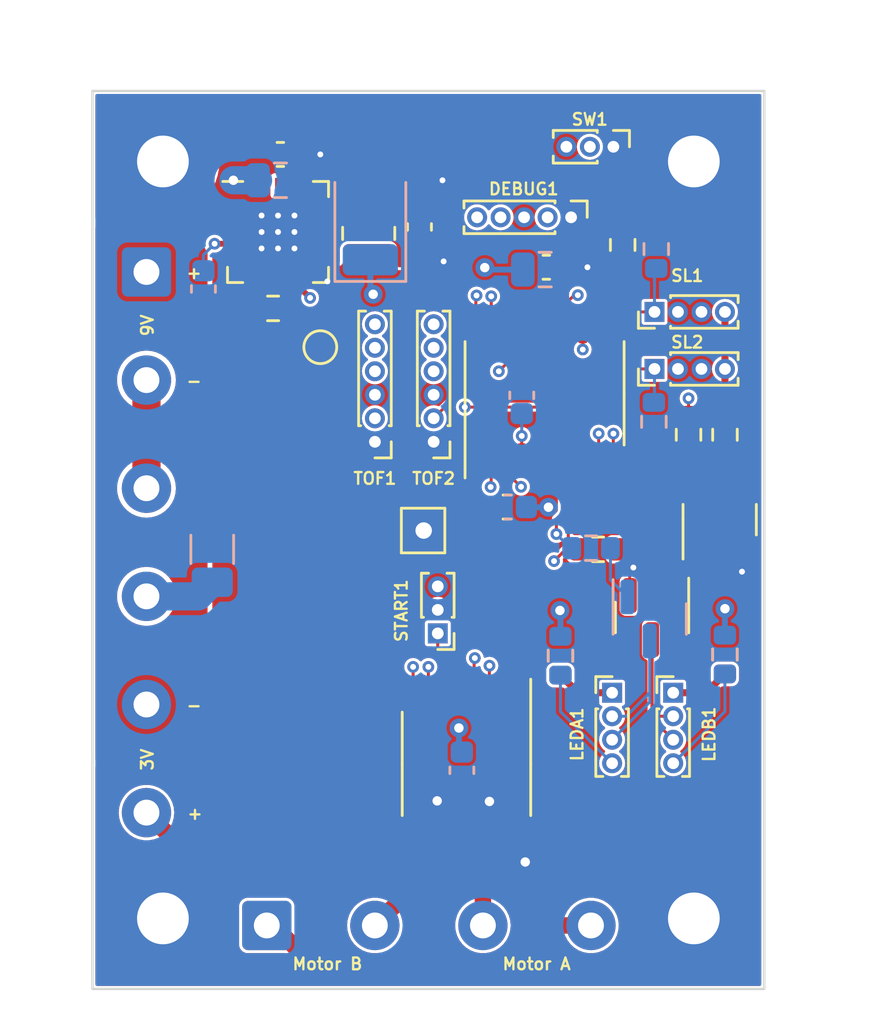
<source format=kicad_pcb>
(kicad_pcb (version 20221018) (generator pcbnew)
  (layers (0 "F.Cu" signal) (1 "In1.Cu" signal) (2 "In2.Cu" signal) (31 "B.Cu" signal) (34 "B.Paste" user) (35 "F.Paste" user) (36 "B.SilkS" user "B.Silkscreen") (37 "F.SilkS" user "F.Silkscreen") (38 "B.Mask" user) (39 "F.Mask" user) (44 "Edge.Cuts" user))
  (net 0 "")
  (net 1 "GND")
  (net 2 "Net-(J1-Pin_1)")
  (net 3 "VDD")
  (net 4 "RST")
  (net 5 "9V")
  (net 6 "Net-(U1-SSCG)")
  (net 7 "Net-(U1-BST)")
  (net 8 "3.3VH")
  (net 9 "SWDIO")
  (net 10 "SWDCLK")
  (net 11 "Net-(U1-RESET)")
  (net 14 "Net-(J1-Pin_2)")
  (net 15 "Net-(J1-Pin_3)")
  (net 16 "Net-(J1-Pin_4)")
  (net 17 "Net-(LEDA1-Pin_1)")
  (net 18 "Net-(LEDA1-Pin_2)")
  (net 19 "Net-(LEDA1-Pin_4)")
  (net 20 "Net-(LEDB1-Pin_1)")
  (net 21 "Net-(LEDB1-Pin_2)")
  (net 22 "Net-(LEDB1-Pin_4)")
  (net 23 "Net-(POW1-Pin_2)")
  (net 24 "RUN")
  (net 25 "PHA_A")
  (net 26 "PHA_B")
  (net 27 "EN_B")
  (net 28 "EN_A")
  (net 31 "Net-(POW1-Pin_4)")
  (net 32 "12V")
  (net 33 "SDA")
  (net 34 "SCL")
  (net 35 "EN_TOF1")
  (net 36 "EN_TOF2")
  (net 37 "SL1")
  (net 38 "SL2")
  (net 39 "Net-(QLEDA1-B)")
  (net 40 "Net-(QLEDB1-B)")
  (net 41 "Net-(QSL1-B)")
  (net 42 "Net-(QSL1-C)")
  (net 43 "Net-(SL1-Pin_4)")
  (net 44 "I_TOF")
  (net 45 "SW")
  (footprint "Connector_PinHeader_1.00mm:PinHeader_1x04_P1.00mm_Vertical" (layer "F.Cu") (at 84.421564 91.9)
    (fp_text reference "LEDA1")
    (fp_text value "Conn_01x04_Pin")
  )
  (footprint "Connector_Pin:Pin_D0.7mm_L6.5mm_W1.8mm_FlatFork" (layer "F.Cu") (at 76.4 85)
    (fp_text reference "GND_T1")
    (fp_text value "Conn_01x01_Pin")
  )
  (footprint "Connector_PinHeader_1.00mm:PinHeader_1x06_P1.00mm_Vertical" (layer "F.Cu") (at 74.325 81.225 180)
    (fp_text reference "TOF1")
    (fp_text value "Conn_01x05_Pin")
  )
  (footprint "Connector_PinHeader_1.00mm:PinHeader_1x04_P1.00mm_Vertical" (layer "F.Cu") (at 86.225 78.125 90)
    (fp_text reference "SL2")
    (fp_text value "Conn_01x04_Pin")
  )
  (footprint "Resistor_SMD:R_0603_1608Metric" (layer "F.Cu") (at 69.99 75.55 180)
    (fp_text reference "R1")
    (fp_text value "10k")
  )
  (footprint "Package_SO:TSSOP-20_4.4x6.5mm_P0.65mm" (layer "F.Cu") (at 81.546564 79.1625 90)
    (fp_text reference "U2")
    (fp_text value "STM32L031F6Px")
  )
  (footprint "MountingHole:MountingHole_2.2mm_M2_Pad" (layer "F.Cu") (at 87.9 101.5)
    (fp_text reference "H1")
    (fp_text value "MountingHole_Pad")
  )
  (footprint "Connector_PinHeader_1.00mm:PinHeader_1x03_P1.00mm_Vertical" (layer "F.Cu") (at 77 89.375 180)
    (fp_text reference "START1")
    (fp_text value "Conn_01x03_Pin")
  )
  (footprint "Connector_PinHeader_1.00mm:PinHeader_1x04_P1.00mm_Vertical" (layer "F.Cu") (at 86.225 75.7 90)
    (fp_text reference "SL1")
    (fp_text value "Conn_01x04_Pin")
  )
  (footprint "Package_TO_SOT_SMD:SOT-23" (layer "F.Cu") (at 89 84.5375 90)
    (fp_text reference "QSL1")
    (fp_text value "BC846")
  )
  (footprint "Resistor_SMD:R_0603_1608Metric" (layer "F.Cu") (at 87.675 80.925 90)
    (fp_text reference "RQSL1")
    (fp_text value "1k")
  )
  (footprint "Resistor_SMD:R_0603_1608Metric" (layer "F.Cu") (at 83.821564 85.8)
    (fp_text reference "RLEDQB1")
    (fp_text value "1k")
  )
  (footprint "Capacitor_SMD:C_0603_1608Metric" (layer "F.Cu") (at 81.621564 73.8 180)
    (fp_text reference "CD_STM_VDD3")
    (fp_text value "100nF")
  )
  (footprint "Connector_PinHeader_1.00mm:PinHeader_1x03_P1.00mm_Vertical" (layer "F.Cu") (at 84.475 68.675 -90)
    (fp_text reference "SW1")
    (fp_text value "Conn_01x03_Pin")
  )
  (footprint "PAMI:VQFN20FV4040" (layer "F.Cu") (at 70.2 72.3)
    (fp_text reference "U1")
    (fp_text value "BD9P135MUF-CE2 ")
  )
  (footprint "TestPoint:TestPoint_Pad_D1.0mm" (layer "F.Cu") (at 72 77.2)
    (fp_text reference "3.3V1")
    (fp_text value "TT")
  )
  (footprint "Capacitor_SMD:C_0603_1608Metric" (layer "F.Cu") (at 70.3 69)
    (fp_text reference "CIN_3REG2")
    (fp_text value "100nF")
  )
  (footprint "Connector_Wire:SolderWire-0.5sqmm_1x04_P4.6mm_D0.9mm_OD2.1mm" (layer "F.Cu") (at 69.721564 101.8)
    (fp_text reference "J1")
    (fp_text value "Conn_01x04_Pin")
  )
  (footprint "Resistor_SMD:R_0603_1608Metric" (layer "F.Cu") (at 82.221564 90.325 90)
    (fp_text reference "RLEDA1")
    (fp_text value "60")
  )
  (footprint "MountingHole:MountingHole_2.2mm_M2_Pad" (layer "F.Cu") (at 65.3 69.3)
    (fp_text reference "H3")
    (fp_text value "MountingHole_Pad")
  )
  (footprint "Resistor_SMD:R_0603_1608Metric" (layer "F.Cu") (at 84.871564 72.85 90)
    (fp_text reference "R3")
    (fp_text value "10k")
  )
  (footprint "Resistor_SMD:R_0603_1608Metric" (layer "F.Cu") (at 89.225 80.925 -90)
    (fp_text reference "RLSL1")
    (fp_text value "40")
  )
  (footprint "Package_TO_SOT_SMD:SOT-23" (layer "F.Cu") (at 86.121564 88.7 -90)
    (fp_text reference "QLEDB1")
    (fp_text value "BC846")
  )
  (footprint "Capacitor_SMD:C_0603_1608Metric" (layer "F.Cu") (at 79.921564 84)
    (fp_text reference "CD_STM_VDDA1")
    (fp_text value "100nF")
  )
  (footprint "MountingHole:MountingHole_2.2mm_M2_Pad" (layer "F.Cu") (at 87.9 69.3)
    (fp_text reference "H2")
    (fp_text value "MountingHole_Pad")
  )
  (footprint "Connector_PinHeader_1.00mm:PinHeader_1x04_P1.00mm_Vertical" (layer "F.Cu") (at 87.021564 91.9)
    (fp_text reference "LEDB1")
    (fp_text value "Conn_01x04_Pin")
  )
  (footprint "Connector_PinHeader_1.00mm:PinHeader_1x06_P1.00mm_Vertical" (layer "F.Cu") (at 76.825 81.225 180)
    (fp_text reference "TOF2")
    (fp_text value "Conn_01x05_Pin")
  )
  (footprint "Inductor_SMD:L_1008_2520Metric" (layer "F.Cu") (at 74.06 72.36 -90)
    (fp_text reference "L1")
    (fp_text value "4.7µH")
  )
  (footprint "Capacitor_SMD:C_0603_1608Metric" (layer "F.Cu") (at 76.22 72.085 90)
    (fp_text reference "CREG_3REG2")
    (fp_text value "1µF")
  )
  (footprint "Package_SO:TSSOP-16_4.4x5mm_P0.65mm" (layer "F.Cu") (at 78.221564 94.925 -90)
    (fp_text reference "U3")
    (fp_text value "TC78H621FNG")
  )
  (footprint "MountingHole:MountingHole_2.2mm_M2_Pad" (layer "F.Cu") (at 65.3 101.5)
    (fp_text reference "H4")
    (fp_text value "MountingHole_Pad")
  )
  (footprint "Connector_PinHeader_1.00mm:PinHeader_1x05_P1.00mm_Vertical" (layer "F.Cu") (at 82.675 71.675 -90)
    (fp_text reference "DEBUG1")
    (fp_text value "Conn_01x05_Pin")
  )
  (footprint "Resistor_SMD:R_0603_1608Metric" (layer "F.Cu") (at 89.221564 90.275 90)
    (fp_text reference "RLEDB1")
    (fp_text value "60")
  )
  (footprint "Connector_Wire:SolderWire-0.5sqmm_1x06_P4.6mm_D0.9mm_OD2.1mm" (layer "F.Cu") (at 64.6 74 -90)
    (fp_text reference "POW1")
    (fp_text value "Conn_01x06_Pin")
  )
  (footprint "Capacitor_SMD:C_0603_1608Metric" (layer "B.Cu") (at 78.025 95.2 -90)
    (fp_text reference "CD_HD1")
    (fp_text value "100nF")
  )
  (footprint "Capacitor_SMD:C_0603_1608Metric" (layer "B.Cu") (at 80.575 79.25 90)
    (fp_text reference "CD_STM_RST1")
    (fp_text value "100nF")
  )
  (footprint "Fuse:Fuse_1206_3216Metric" (layer "B.Cu") (at 67.4 85.8 -90)
    (fp_text reference "F1")
    (fp_text value "Fuse")
  )
  (footprint "Capacitor_Tantalum_SMD:CP_EIA-3528-21_Kemet-B" (layer "B.Cu") (at 74.13 71.9425 90)
    (fp_text reference "CIN_3REG1")
    (fp_text value "22µF")
  )
  (footprint "Resistor_SMD:R_0603_1608Metric" (layer "B.Cu") (at 82.221564 90.325 90)
    (fp_text reference "RLEDA2")
    (fp_text value "60")
  )
  (footprint "Capacitor_SMD:C_0603_1608Metric" (layer "B.Cu") (at 79.996564 84)
    (fp_text reference "CD_STM_VDD2")
    (fp_text value "1µF")
  )
  (footprint "Resistor_SMD:R_0603_1608Metric" (layer "B.Cu") (at 89.221564 90.275 90)
    (fp_text reference "RLEDB2")
    (fp_text value "60")
  )
  (footprint "Resistor_SMD:R_0603_1608Metric" (layer "B.Cu") (at 83.525 85.75)
    (fp_text reference "RLEDQA1")
    (fp_text value "1k")
  )
  (footprint "Resistor_SMD:R_0603_1608Metric" (layer "B.Cu") (at 86.3 73.025 90)
    (fp_text reference "RSLM1")
    (fp_text value "3.2k")
  )
  (footprint "Package_TO_SOT_SMD:SOT-23" (layer "B.Cu") (at 86.021564 88.7625 -90)
    (fp_text reference "QLEDA1")
    (fp_text value "BC846")
  )
  (footprint "Capacitor_SMD:C_0805_2012Metric" (layer "B.Cu") (at 70.3 70.1)
    (fp_text reference "CIN_3REG3")
    (fp_text value "4.7µF")
  )
  (footprint "Capacitor_SMD:C_0603_1608Metric" (layer "B.Cu") (at 67.025 74.725 -90)
    (fp_text reference "CREG_3REG1")
    (fp_text value "1µF")
  )
  (footprint "Resistor_SMD:R_0603_1608Metric" (layer "B.Cu") (at 86.2 80.375 -90)
    (fp_text reference "RSLM2")
    (fp_text value "3.2k")
  )
  (footprint "Capacitor_SMD:C_0805_2012Metric" (layer "B.Cu") (at 81.571564 73.9)
    (fp_text reference "CD_STM1")
    (fp_text value "10µF")
  )
  (gr_rect (start 62.3 66.3) (end 90.9 104.5) (stroke (width 0.1)) (fill none) (layer "Edge.Cuts"))
  (gr_text "3V" (at 64.932 95.26 90) (layer "F.SilkS") (effects (font (size 0.5 0.5) (thickness 0.1) bold) (justify left bottom)))
  (gr_text "+" (at 66.25 74.332) (layer "F.SilkS") (effects (font (size 0.5 0.5) (thickness 0.1) bold) (justify left bottom)))
  (gr_text "Motor B" (at 70.76 103.73) (layer "F.SilkS") (effects (font (size 0.5 0.5) (thickness 0.1)) (justify left bottom)))
  (gr_text "-" (at 66.25 92.732) (layer "F.SilkS") (effects (font (size 0.5 0.5) (thickness 0.1) bold) (justify left bottom)))
  (gr_text "-" (at 66.25 78.932) (layer "F.SilkS") (effects (font (size 0.5 0.5) (thickness 0.1) bold) (justify left bottom)))
  (gr_text "Motor A" (at 79.7 103.73) (layer "F.SilkS") (effects (font (size 0.5 0.5) (thickness 0.1)) (justify left bottom)))
  (gr_text "9V" (at 64.932 76.79 90) (layer "F.SilkS") (effects (font (size 0.5 0.5) (thickness 0.1) bold) (justify left bottom)))
  (gr_text "+" (at 66.29 97.332) (layer "F.SilkS") (effects (font (size 0.5 0.5) (thickness 0.1) bold) (justify left bottom)))
  (segment (start 79.146564 84) (end 77.321564 84) (width 0.25) (layer "F.Cu") (net 1))
  (segment (start 70.9 70.65) (end 71.2 70.35) (width 0.25) (layer "F.Cu") (net 1))
  (segment (start 81.871564 74.325) (end 82.396564 73.8) (width 0.25) (layer "F.Cu") (net 1))
  (segment (start 70.9 71.6) (end 70.9 70.65) (width 0.25) (layer "F.Cu") (net 1))
  (segment (start 77.246564 96.771564) (end 76.975 96.5) (width 0.3) (layer "F.Cu") (net 1))
  (segment (start 80.496564 97.7875) (end 80.496564 98.8734) (width 0.3) (layer "F.Cu") (net 1))
  (segment (start 70.2 74.25) (end 70.2 73) (width 0.25) (layer "F.Cu") (net 1))
  (segment (start 71.55 73.3) (end 70.9 72.65) (width 0.25) (layer "F.Cu") (net 1))
  (segment (start 72.15 73.3) (end 71.55 73.3) (width 0.25) (layer "F.Cu") (net 1))
  (segment (start 89.95 85.475) (end 89.95 86.75) (width 0.3) (layer "F.Cu") (net 1))
  (segment (start 80.496564 98.8734) (end 80.723164 99.1) (width 0.3) (layer "F.Cu") (net 1))
  (segment (start 71.05 72.8) (end 70.9 72.65) (width 0.25) (layer "F.Cu") (net 1))
  (segment (start 77.246564 97.7875) (end 77.246564 96.771564) (width 0.3) (layer "F.Cu") (net 1))
  (segment (start 70.7 70.35) (end 70.7 69.375) (width 0.25) (layer "F.Cu") (net 1))
  (segment (start 79.196564 96.528436) (end 79.2 96.525) (width 0.3) (layer "F.Cu") (net 1))
  (segment (start 71.2 69.125) (end 71.075 69) (width 0.25) (layer "F.Cu") (net 1))
  (segment (start 71.075 69) (end 72 69) (width 0.25) (layer "F.Cu") (net 1))
  (segment (start 70.9 71.95) (end 70.9 70.55) (width 0.25) (layer "F.Cu") (net 1))
  (segment (start 77.5 83.9) (end 76.4 85) (width 0.25) (layer "F.Cu") (net 1))
  (segment (start 72.15 72.8) (end 71.05 72.8) (width 0.25) (layer "F.Cu") (net 1))
  (segment (start 79.146564 84) (end 78.621564 83.475) (width 0.25) (layer "F.Cu") (net 1))
  (segment (start 81.871564 76.3) (end 81.871564 74.325) (width 0.25) (layer "F.Cu") (net 1))
  (segment (start 85.171564 87.7625) (end 85.171564 86.728436) (width 0.1271) (layer "F.Cu") (net 1))
  (segment (start 79.196564 97.7875) (end 79.196564 96.528436) (width 0.3) (layer "F.Cu") (net 1))
  (segment (start 70.9 70.55) (end 70.7 70.35) (width 0.25) (layer "F.Cu") (net 1))
  (segment (start 70.7 69.375) (end 71.075 69) (width 0.25) (layer "F.Cu") (net 1))
  (segment (start 82.396564 73.8) (end 83.371564 73.8) (width 0.25) (layer "F.Cu") (net 1))
  (segment (start 85.171564 86.728436) (end 85.325 86.575) (width 0.1271) (layer "F.Cu") (net 1))
  (segment (start 78.621564 83.475) (end 78.621564 82.025) (width 0.25) (layer "F.Cu") (net 1))
  (segment (start 71.2 70.35) (end 71.2 69.125) (width 0.25) (layer "F.Cu") (net 1))
  (via (at 72.3 74.4) (size 0.5) (drill 0.25) (layers "F.Cu" "B.Cu") (net 1))
  (via (at 80.723164 99.1) (size 0.8) (drill 0.4) (layers "F.Cu" "B.Cu") (net 1))
  (via (at 79.2 96.525) (size 0.8) (drill 0.4) (layers "F.Cu" "B.Cu") (net 1))
  (via (at 85.325 86.575) (size 0.5) (drill 0.25) (layers "F.Cu" "B.Cu") (net 1))
  (via (at 77.2 70.1) (size 0.5) (drill 0.25) (layers "F.Cu" "B.Cu") (net 1))
  (via (at 83.371564 73.8) (size 0.5) (drill 0.25) (layers "F.Cu" "B.Cu") (net 1))
  (via (at 72 69) (size 0.5) (drill 0.25) (layers "F.Cu" "B.Cu") (net 1))
  (via (at 89.95 86.75) (size 0.5) (drill 0.25) (layers "F.Cu" "B.Cu") (net 1))
  (via (at 77.25 73.55) (size 0.5) (drill 0.25) (layers "F.Cu" "B.Cu") (net 1))
  (via (at 76.975 96.5) (size 0.8) (drill 0.4) (layers "F.Cu" "B.Cu") (net 1))
  (segment (start 80.575 78.475) (end 82.521564 76.528436) (width 0.1271) (layer "B.Cu") (net 1))
  (segment (start 76.975 96.5) (end 77.35 96.5) (width 0.3) (layer "B.Cu") (net 1))
  (segment (start 69.2 75.5) (end 70.2 76.5) (width 0.1271) (layer "B.Cu") (net 1))
  (segment (start 77 88.375) (end 75.7 87.075) (width 0.1271) (layer "B.Cu") (net 1))
  (segment (start 83.475 78.475) (end 80.575 78.475) (width 0.1271) (layer "B.Cu") (net 1))
  (segment (start 72 69) (end 72 69.35) (width 0.25) (layer "B.Cu") (net 1))
  (segment (start 67.4 75.875) (end 67.025 75.5) (width 0.1271) (layer "B.Cu") (net 1))
  (segment (start 78.425 96.525) (end 77.875 95.975) (width 0.3) (layer "B.Cu") (net 1))
  (segment (start 75.7 85.7) (end 76.4 85) (width 0.1271) (layer "B.Cu") (net 1))
  (segment (start 82.521564 73.9) (end 82.675 73.746564) (width 0.1271) (layer "B.Cu") (net 1))
  (segment (start 89.95 86.75) (end 89.95 84.95) (width 0.3) (layer "B.Cu") (net 1))
  (segment (start 68.625 97.975) (end 68.625 85.625) (width 0.3) (layer "B.Cu") (net 1))
  (segment (start 89.95 86.75) (end 88.046564 86.75) (width 0.3) (layer "B.Cu") (net 1))
  (segment (start 84.971564 72.2) (end 83.371564 73.8) (width 0.1271) (layer "B.Cu") (net 1))
  (segment (start 67.5 71.6) (end 65.1 69.2) (width 0.1271) (layer "B.Cu") (net 1))
  (segment (start 75.7 87.075) (end 75.7 85.7) (width 0.1271) (layer "B.Cu") (net 1))
  (segment (start 83.371564 73.8) (end 82.621564 73.8) (width 0.25) (layer "B.Cu") (net 1))
  (segment (start 86.3 72.2) (end 86.3 71.021564) (width 0.1271) (layer "B.Cu") (net 1))
  (segment (start 72 69.35) (end 71.25 70.1) (width 0.25) (layer "B.Cu") (net 1))
  (segment (start 79.2 96.525) (end 78.425 96.525) (width 0.3) (layer "B.Cu") (net 1))
  (segment (start 76.825 81.225) (end 74.325 81.225) (width 0.1271) (layer "B.Cu") (net 1))
  (segment (start 76.825 81.603436) (end 76.825 81.225) (width 0.1271) (layer "B.Cu") (net 1))
  (segment (start 80.723164 99.1) (end 85.521564 99.1) (width 0.3) (layer "B.Cu") (net 1))
  (segment (start 70.2 76.325) (end 70.2 73) (width 0.25) (layer "B.Cu") (net 1))
  (segment (start 84.475 68.675) (end 87.396564 68.675) (width 0.1271) (layer "B.Cu") (net 1))
  (segment (start 82.675 73.746564) (end 82.675 71.675) (width 0.1271) (layer "B.Cu") (net 1))
  (segment (start 70.2 76.5) (end 70.2 76.325) (width 0.25) (layer "B.Cu") (net 1))
  (segment (start 68.625 85.625) (end 67.4 84.4) (width 0.3) (layer "B.Cu") (net 1))
  (segment (start 85.325 86.575) (end 86.575 87.825) (width 0.1271) (layer "B.Cu") (net 1))
  (segment (start 87.396564 68.675) (end 88.021564 69.3) (width 0.1271) (layer "B.Cu") (net 1))
  (segment (start 67.4 85.35) (end 67.4 84.4) (width 0.3) (layer "B.Cu") (net 1))
  (segment (start 82.621564 73.8) (end 82.521564 73.9) (width 0.25) (layer "B.Cu") (net 1))
  (segment (start 67.025 75.5) (end 69.2 75.5) (width 0.1271) (layer "B.Cu") (net 1))
  (segment (start 88.046564 86.75) (end 86.971564 87.825) (width 0.3) (layer "B.Cu") (net 1))
  (segment (start 80.723164 99.1) (end 80.723164 98.673164) (width 0.3) (layer "B.Cu") (net 1))
  (segment (start 76.4 85) (end 76.4 82.65) (width 0.1271) (layer "B.Cu") (net 1))
  (segment (start 86.3 72.2) (end 84.971564 72.2) (width 0.1271) (layer "B.Cu") (net 1))
  (segment (start 71.375 88.375) (end 67.4 84.4) (width 0.1271) (layer "B.Cu") (net 1))
  (segment (start 80.723164 98.673164) (end 78.025 95.975) (width 0.3) (layer "B.Cu") (net 1))
  (segment (start 74.13 70.405) (end 73.825 70.1) (width 0.1271) (layer "B.Cu") (net 1))
  (segment (start 86.2 81.2) (end 83.475 78.475) (width 0.1271) (layer "B.Cu") (net 1))
  (segment (start 69.5 71.6) (end 67.5 71.6) (width 0.1271) (layer "B.Cu") (net 1))
  (segment (start 79.221564 84) (end 76.825 81.603436) (width 0.1271) (layer "B.Cu") (net 1))
  (segment (start 82.521564 76.528436) (end 82.521564 73.9) (width 0.1271) (layer "B.Cu") (net 1))
  (segment (start 79.228436 96.496564) (end 79.2 96.525) (width 0.3) (layer "B.Cu") (net 1))
  (segment (start 86.3 71.021564) (end 88.021564 69.3) (width 0.1271) (layer "B.Cu") (net 1))
  (segment (start 73.825 70.1) (end 71.25 70.1) (width 0.1271) (layer "B.Cu") (net 1))
  (segment (start 77.35 96.5) (end 77.875 95.975) (width 0.3) (layer "B.Cu") (net 1))
  (segment (start 67.4 84.4) (end 67.4 75.875) (width 0.1271) (layer "B.Cu") (net 1))
  (segment (start 78.025 95.975) (end 67.4 85.35) (width 0.3) (layer "B.Cu") (net 1))
  (segment (start 65.1 101.5) (end 68.625 97.975) (width 0.3) (layer "B.Cu") (net 1))
  (segment (start 89.95 84.95) (end 86.2 81.2) (width 0.3) (layer "B.Cu") (net 1))
  (segment (start 77 88.375) (end 71.375 88.375) (width 0.1271) (layer "B.Cu") (net 1))
  (segment (start 85.521564 99.1) (end 88.021564 101.6) (width 0.3) (layer "B.Cu") (net 1))
  (segment (start 76.4 82.65) (end 80.575 78.475) (width 0.1271) (layer "B.Cu") (net 1))
  (segment (start 86.575 87.825) (end 86.971564 87.825) (width 0.1271) (layer "B.Cu") (net 1))
  (segment (start 77.77 100.589646) (end 74.759646 103.6) (width 0.7) (layer "F.Cu") (net 2))
  (segment (start 74.759646 103.6) (end 71.8 103.6) (width 0.7) (layer "F.Cu") (net 2))
  (segment (start 77.77 98.87) (end 77.77 100.589646) (width 0.7) (layer "F.Cu") (net 2))
  (segment (start 71.8 103.6) (end 69.9 101.7) (width 0.7) (layer "F.Cu") (net 2))
  (segment (start 77.896564 97.7875) (end 77.896564 98.743436) (width 0.3) (layer "F.Cu") (net 2))
  (segment (start 77.896564 98.743436) (end 77.77 98.87) (width 0.3) (layer "F.Cu") (net 2))
  (segment (start 74.6771 74.0521) (end 74.06 73.435) (width 0.25) (layer "F.Cu") (net 3))
  (segment (start 74.325 79.225) (end 76.825 79.225) (width 0.25) (layer "F.Cu") (net 3))
  (segment (start 82.2 89.478436) (end 82.221564 89.5) (width 0.25) (layer "F.Cu") (net 3))
  (segment (start 79.000125 73.815275) (end 80.831289 73.815275) (width 0.25) (layer "F.Cu") (net 3))
  (segment (start 81.701564 84) (end 81.711564 84.01) (width 0.25) (layer "F.Cu") (net 3))
  (segment (start 81.623664 73.0229) (end 80.846564 73.8) (width 0.25) (layer "F.Cu") (net 3))
  (segment (start 80.071564 84.625) (end 80.696564 84) (width 0.25) (layer "F.Cu") (net 3))
  (segment (start 72 77.2) (end 74.025 79.225) (width 0.25) (layer "F.Cu") (net 3))
  (segment (start 77.896564 93.396564) (end 77.9 93.4) (width 0.25) (layer "F.Cu") (net 3))
  (segment (start 81.221564 76.3) (end 81.221564 74.175) (width 0.25) (layer "F.Cu") (net 3))
  (segment (start 82.475 68.675) (end 80.1521 70.9979) (width 0.25) (layer "F.Cu") (net 3))
  (segment (start 75.4479 85.8229) (end 75.4479 82.6021) (width 0.25) (layer "F.Cu") (net 3))
  (segment (start 72.6 75.9) (end 74.06 74.44) (width 0.25) (layer "F.Cu") (net 3))
  (segment (start 77.7521 73.8729) (end 77.5729 74.0521) (width 0.25) (layer "F.Cu") (net 3))
  (segment (start 69.2 75.775) (end 69.175 75.8) (width 0.25) (layer "F.Cu") (net 3))
  (segment (start 76.1479 81.0479) (end 76.1479 81.9021) (width 0.25) (layer "F.Cu") (net 3))
  (segment (start 82.2 88.4) (end 82.2 89.478436) (width 0.25) (layer "F.Cu") (net 3))
  (segment (start 89.225 88.325) (end 88.275 88.325) (width 0.25) (layer "F.Cu") (net 3))
  (segment (start 80.846564 73.8) (end 80.846564 71.846564) (width 0.25) (layer "F.Cu") (net 3))
  (segment (start 77.5729 74.0521) (end 74.6771 74.0521) (width 0.25) (layer "F.Cu") (net 3))
  (segment (start 83.873664 73.0229) (end 81.623664 73.0229) (width 0.25) (layer "F.Cu") (net 3))
  (segment (start 80.071564 87.089366) (end 80.071564 86.825) (width 0.25) (layer "F.Cu") (net 3))
  (segment (start 69.7 75.275) (end 69.175 75.8) (width 0.25) (layer "F.Cu") (net 3))
  (segment (start 80.646564 74) (end 80.846564 73.8) (width 0.25) (layer "F.Cu") (net 3))
  (segment (start 78.887823 74.0521) (end 74.6771 74.0521) (width 0.25) (layer "F.Cu") (net 3))
  (segment (start 79.139923 73.8) (end 78.887823 74.0521) (width 0.25) (layer "F.Cu") (net 3))
  (segment (start 74.025 79.225) (end 74.325 79.225) (width 0.25) (layer "F.Cu") (net 3))
  (segment (start 80.846564 73.8) (end 79.139923 73.8) (width 0.25) (layer "F.Cu") (net 3))
  (segment (start 77.896564 92.0625) (end 77.896564 93.396564) (width 0.25) (layer "F.Cu") (net 3))
  (segment (start 72 77.2) (end 72 76.5) (width 0.25) (layer "F.Cu") (net 3))
  (segment (start 87.240219 89.45) (end 87.195109 89.404891) (width 0.25) (layer "F.Cu") (net 3))
  (segment (start 72.6 75.9) (end 72.100001 76.399999) (width 0.25) (layer "F.Cu") (net 3))
  (segment (start 87.195109 89.404891) (end 86.438119 88.6479) (width 0.25) (layer "F.Cu") (net 3))
  (segment (start 77.896564 88.271564) (end 77 87.375) (width 0.25) (layer "F.Cu") (net 3))
  (segment (start 75.4479 82.6021) (end 76.1479 81.9021) (width 0.25) (layer "F.Cu") (net 3))
  (segment (start 74.25 73.625) (end 74.06 73.435) (width 0.25) (layer "F.Cu") (net 3))
  (segment (start 68.25 74.875) (end 69.175 75.8) (width 0.25) (layer "F.Cu") (net 3))
  (segment (start 88.225 78.125) (end 87.225 78.125) (width 0.25) (layer "F.Cu") (net 3))
  (segment (start 81.646564 88.4) (end 80.071564 86.825) (width 0.25) (layer "F.Cu") (net 3))
  (segment (start 84.871564 72.025) (end 83.873664 73.0229) (width 0.25) (layer "F.Cu") (net 3))
  (segment (start 80.831289 73.815275) (end 80.846564 73.8) (width 0.25) (layer "F.Cu") (net 3))
  (segment (start 85.805009 88.6479) (end 84.952909 89.5) (width 0.25) (layer "F.Cu") (net 3))
  (segment (start 72.100001 76.399999) (end 70.014999 76.399999) (width 0.25) (layer "F.Cu") (net 3))
  (segment (start 80.696564 84) (end 81.221564 83.475) (width 0.25) (layer "F.Cu") (net 3))
  (segment (start 79.655465 87.505465) (end 80.071564 87.089366) (width 0.25) (layer "F.Cu") (net 3))
  (segment (start 87.225 78.125) (end 87.225 75.7) (width 0.25) (layer "F.Cu") (net 3))
  (segment (start 76.825 79.225) (end 75.0021 77.4021) (width 0.25) (layer "F.Cu") (net 3))
  (segment (start 81.221564 74.175) (end 80.846564 73.8) (width 0.25) (layer "F.Cu") (net 3))
  (segment (start 69.2 74.25) (end 69.2 75.775) (width 0.25) (layer "F.Cu") (net 3))
  (segment (start 80.696564 84) (end 81.701564 84) (width 0.25) (layer "F.Cu") (net 3))
  (segment (start 70.014999 76.399999) (end 69.165 75.55) (width 0.25) (layer "F.Cu") (net 3))
  (segment (start 79.525 87.375) (end 79.655465 87.505465) (width 0.25) (layer "F.Cu") (net 3))
  (segment (start 82.2 88.4) (end 81.646564 88.4) (width 0.25) (layer "F.Cu") (net 3))
  (segment (start 80.846564 71.846564) (end 80.675 71.675) (width 0.25) (layer "F.Cu") (net 3))
  (segment (start 88.275 88.325) (end 87.195109 89.404891) (width 0.25) (layer "F.Cu") (net 3))
  (segment (start 74.25 74.95) (end 74.25 73.625) (width 0.25) (layer "F.Cu") (net 3))
  (segment (start 77 87.375) (end 79.525 87.375) (width 0.25) (layer "F.Cu") (net 3))
  (segment (start 78.394535 70.9979) (end 77.7521 71.640335) (width 0.25) (layer "F.Cu") (net 3))
  (segment (start 89.221564 89.45) (end 87.240219 89.45) (width 0.25) (layer "F.Cu") (net 3))
  (segment (start 77.7521 71.640335) (end 77.7521 73.8729) (width 0.25) (layer "F.Cu") (net 3))
  (segment (start 74.325 79.225) (end 76.1479 81.0479) (width 0.25) (layer "F.Cu") (net 3))
  (segment (start 75.0021 77.4021) (end 75.0021 74.3771) (width 0.25) (layer "F.Cu") (net 3))
  (segment (start 79.731564 73.8) (end 79.721564 73.79) (width 0.1271) (layer "F.Cu") (net 3))
  (segment (start 87.225 75.7) (end 87.225 74.378436) (width 0.25) (layer "F.Cu") (net 3))
  (segment (start 74.06 74.44) (end 74.06 73.435) (width 0.25) (layer "F.Cu") (net 3))
  (segment (start 69.7 74.25) (end 69.7 75.275) (width 0.25) (layer "F.Cu") (net 3))
  (segment (start 80.1521 70.9979) (end 79.9979 70.9979) (width 0.25) (layer "F.Cu") (net 3))
  (segment (start 80.071564 86.825) (end 80.071564 84.625) (width 0.25) (layer "F.Cu") (net 3))
  (segment (start 75.0021 74.3771) (end 74.06 73.435) (width 0.25) (layer "F.Cu") (net 3))
  (segment (start 77.896564 92.0625) (end 77.896564 88.271564) (width 0.25) (layer "F.Cu") (net 3))
  (segment (start 77 87.375) (end 75.4479 85.8229) (width 0.25) (layer "F.Cu") (net 3))
  (segment (start 88.225 78.125) (end 88.225 75.7) (width 0.25) (layer "F.Cu") (net 3))
  (segment (start 72 76.5) (end 72.100001 76.399999) (width 0.25) (layer "F.Cu") (net 3))
  (segment (start 79.9979 70.9979) (end 78.394535 70.9979) (width 0.25) (layer "F.Cu") (net 3))
  (segment (start 81.221564 83.475) (end 81.221564 82.025) (width 0.25) (layer "F.Cu") (net 3))
  (segment (start 86.438119 88.6479) (end 85.805009 88.6479) (width 0.25) (layer "F.Cu") (net 3))
  (segment (start 87.225 74.378436) (end 84.871564 72.025) (width 0.25) (layer "F.Cu") (net 3))
  (segment (start 68.25 73.3) (end 68.25 74.875) (width 0.25) (layer "F.Cu") (net 3))
  (segment (start 84.952909 89.5) (end 82.221564 89.5) (width 0.25) (layer "F.Cu") (net 3))
  (segment (start 80.675 71.675) (end 79.9979 70.9979) (width 0.25) (layer "F.Cu") (net 3))
  (via (at 77.9 93.4) (size 0.8) (drill 0.4) (layers "F.Cu" "B.Cu") (net 3))
  (via (at 82.2 88.4) (size 0.8) (drill 0.4) (layers "F.Cu" "B.Cu") (net 3))
  (via (at 81.711564 84.01) (size 0.8) (drill 0.4) (layers "F.Cu" "B.Cu") (net 3))
  (via (at 79.000125 73.815275) (size 0.8) (drill 0.4) (layers "F.Cu" "B.Cu") (net 3))
  (via (at 74.25 74.95) (size 0.8) (drill 0.4) (layers "F.Cu" "B.Cu") (net 3))
  (via (at 89.225 88.325) (size 0.8) (drill 0.4) (layers "F.Cu" "B.Cu") (net 3))
  (segment (start 79.08485 73.9) (end 79.000125 73.815275) (width 0.25) (layer "B.Cu") (net 3))
  (segment (start 74.13 74.83) (end 74.25 74.95) (width 0.25) (layer "B.Cu") (net 3))
  (segment (start 89.221564 89.45) (end 89.221564 88.328436) (width 0.25) (layer "B.Cu") (net 3))
  (segment (start 74.13 73.48) (end 74.52 73.48) (width 0.25) (layer "B.Cu") (net 3))
  (segment (start 82.221564 89.5) (end 82.221564 88.421564) (width 0.25) (layer "B.Cu") (net 3))
  (segment (start 77.9 94.4) (end 77.875 94.425) (width 0.25) (layer "B.Cu") (net 3))
  (segment (start 81.711564 84.01) (end 80.781564 84.01) (width 0.25) (layer "B.Cu") (net 3))
  (segment (start 80.621564 73.9) (end 79.08485 73.9) (width 0.25) (layer "B.Cu") (net 3))
  (segment (start 80.781564 84.01) (end 80.771564 84) (width 0.25) (layer "B.Cu") (net 3))
  (segment (start 82.221564 88.421564) (end 82.2 88.4) (width 0.25) (layer "B.Cu") (net 3))
  (segment (start 77.9 93.4) (end 77.9 94.4) (width 0.25) (layer "B.Cu") (net 3))
  (segment (start 89.221564 88.328436) (end 89.225 88.325) (width 0.25) (layer "B.Cu") (net 3))
  (segment (start 74.13 73.48) (end 74.13 74.83) (width 0.25) (layer "B.Cu") (net 3))
  (segment (start 80.575 82.021564) (end 80.571564 82.025) (width 0.1271) (layer "F.Cu") (net 4))
  (segment (start 80.575 80.975) (end 80.575 82.021564) (width 0.1271) (layer "F.Cu") (net 4))
  (segment (start 80.571564 82.025) (end 80.571564 81.439555) (width 0.25) (layer "F.Cu") (net 4))
  (via (at 80.575 80.975) (size 0.5) (drill 0.25) (layers "F.Cu" "B.Cu") (net 4))
  (segment (start 80.575 80.025) (end 80.575 80.975) (width 0.1271) (layer "B.Cu") (net 4))
  (segment (start 66.45 90.55) (end 66.45 75.85) (width 1.2) (layer "F.Cu") (net 5))
  (segment (start 65.25 72.2) (end 66.4 72.2) (width 1.2) (layer "F.Cu") (net 5))
  (segment (start 66.45 75.85) (end 64.6 74) (width 1.2) (layer "F.Cu") (net 5))
  (segment (start 64.6 72.85) (end 65.25 72.2) (width 1.2) (layer "F.Cu") (net 5))
  (segment (start 69.2 70.35) (end 69.2 69.325) (width 0.25) (layer "F.Cu") (net 5))
  (segment (start 67.8 71.8) (end 67.3 71.3) (width 0.25) (layer "F.Cu") (net 5))
  (segment (start 68.25 71.3) (end 67.3 71.3) (width 0.25) (layer "F.Cu") (net 5))
  (segment (start 68.25 71.8) (end 67.8 71.8) (width 0.25) (layer "F.Cu") (net 5))
  (segment (start 64.6 74) (end 64.6 72.85) (width 1.2) (layer "F.Cu") (net 5))
  (segment (start 64.6 92.4) (end 66.45 90.55) (width 1.2) (layer "F.Cu") (net 5))
  (segment (start 69.7 70.35) (end 69.7 69.175) (width 0.25) (layer "F.Cu") (net 5))
  (segment (start 69.525 69) (end 67.3 71.225) (width 0.25) (layer "F.Cu") (net 5))
  (segment (start 67.3 71.225) (end 67.3 71.3) (width 0.25) (layer "F.Cu") (net 5))
  (segment (start 69.7 69.175) (end 69.525 69) (width 0.25) (layer "F.Cu") (net 5))
  (segment (start 66.4 72.2) (end 67.3 71.3) (width 1.2) (layer "F.Cu") (net 5))
  (segment (start 69.2 69.325) (end 69.525 69) (width 0.25) (layer "F.Cu") (net 5))
  (via (at 68.3 70.1) (size 0.8) (drill 0.4) (layers "F.Cu" "B.Cu") (net 5))
  (segment (start 68.3 70.1) (end 69.35 70.1) (width 1.2) (layer "B.Cu") (net 5))
  (segment (start 71.565812 75.104489) (end 71.2 74.738677) (width 0.25) (layer "F.Cu") (net 6))
  (segment (start 68.25 72.8) (end 67.5 72.8) (width 0.25) (layer "F.Cu") (net 6))
  (segment (start 71.2 74.738677) (end 71.2 74.25) (width 0.25) (layer "F.Cu") (net 6))
  (via (at 71.565812 75.104489) (size 0.5) (drill 0.25) (layers "F.Cu" "B.Cu") (net 6))
  (via (at 67.5 72.8) (size 0.5) (drill 0.25) (layers "F.Cu" "B.Cu") (net 6))
  (segment (start 67.025 73.275) (end 67.5 72.8) (width 0.1271) (layer "B.Cu") (net 6))
  (segment (start 67.025 73.95) (end 67.025 73.275) (width 0.1271) (layer "B.Cu") (net 6))
  (segment (start 72.25 72.2) (end 72.15 72.3) (width 0.25) (layer "F.Cu") (net 7))
  (segment (start 75.625 72.2) (end 72.25 72.2) (width 0.25) (layer "F.Cu") (net 7))
  (segment (start 76.29 72.865) (end 75.625 72.2) (width 0.25) (layer "F.Cu") (net 7))
  (segment (start 72.15 71.3) (end 74.045 71.3) (width 0.25) (layer "F.Cu") (net 8))
  (segment (start 72.15 71.8) (end 73.545 71.8) (width 0.25) (layer "F.Cu") (net 8))
  (segment (start 73.545 71.8) (end 74.06 71.285) (width 0.25) (layer "F.Cu") (net 8))
  (segment (start 76.22 71.31) (end 74.085 71.31) (width 0.25) (layer "F.Cu") (net 8))
  (segment (start 74.045 71.3) (end 74.06 71.285) (width 0.25) (layer "F.Cu") (net 8))
  (segment (start 74.085 71.31) (end 74.06 71.285) (width 0.25) (layer "F.Cu") (net 8))
  (segment (start 79.271564 75.528436) (end 79.271564 76.3) (width 0.1271) (layer "F.Cu") (net 9))
  (segment (start 79.275638 76.295926) (end 79.271564 76.3) (width 0.1271) (layer "F.Cu") (net 9))
  (segment (start 79.275638 75.034757) (end 79.275638 76.295926) (width 0.1271) (layer "F.Cu") (net 9))
  (via (at 79.275638 75.034757) (size 0.5) (drill 0.25) (layers "F.Cu" "B.Cu") (net 9))
  (segment (start 78.621564 75.028436) (end 78.65 75) (width 0.1271) (layer "F.Cu") (net 10))
  (segment (start 78.621564 76.3) (end 78.621564 75.028436) (width 0.1271) (layer "F.Cu") (net 10))
  (via (at 78.65 75) (size 0.5) (drill 0.25) (layers "F.Cu" "B.Cu") (net 10))
  (segment (start 70.825 75.8) (end 70.7 75.675) (width 0.25) (layer "F.Cu") (net 11))
  (segment (start 70.7 75.675) (end 70.7 74.25) (width 0.25) (layer "F.Cu") (net 11))
  (segment (start 74.321564 101.8) (end 76.523664 99.5979) (width 0.7) (layer "F.Cu") (net 14))
  (segment (start 76.596564 97.7875) (end 76.596564 98.8292) (width 0.4) (layer "F.Cu") (net 14))
  (segment (start 76.596564 98.8292) (end 76.523664 98.9021) (width 0.4) (layer "F.Cu") (net 14))
  (segment (start 76.523664 99.5979) (end 76.523664 98.9021) (width 0.7) (layer "F.Cu") (net 14))
  (segment (start 78.546564 97.7875) (end 78.523664 97.8104) (width 0.3) (layer "F.Cu") (net 15))
  (segment (start 78.546564 97.7875) (end 78.546564 99.196564) (width 0.3) (layer "F.Cu") (net 15))
  (segment (start 78.62 99.27) (end 78.921564 99.571564) (width 0.7) (layer "F.Cu") (net 15))
  (segment (start 78.921564 99.571564) (end 78.921564 101.8) (width 0.7) (layer "F.Cu") (net 15))
  (segment (start 79.846564 99.825) (end 79.846564 98.691143) (width 0.7) (layer "F.Cu") (net 16))
  (segment (start 81.821564 101.8) (end 79.846564 99.825) (width 0.7) (layer "F.Cu") (net 16))
  (segment (start 83.521564 101.8) (end 81.821564 101.8) (width 0.7) (layer "F.Cu") (net 16))
  (segment (start 84.421564 91.9) (end 82.971564 91.9) (width 0.3) (layer "F.Cu") (net 17))
  (segment (start 82.971564 91.9) (end 82.221564 91.15) (width 0.3) (layer "F.Cu") (net 17))
  (segment (start 85.022604 92.9) (end 86.021564 91.90104) (width 0.1271) (layer "B.Cu") (net 18))
  (segment (start 84.421564 92.9) (end 85.022604 92.9) (width 0.1271) (layer "B.Cu") (net 18))
  (segment (start 84.421564 93.9) (end 86.021564 92.3) (width 0.1271) (layer "B.Cu") (net 18))
  (segment (start 86.021564 92.3) (end 86.021564 89.7) (width 0.1271) (layer "B.Cu") (net 18))
  (segment (start 86.021564 91.90104) (end 86.021564 89.7) (width 0.1271) (layer "B.Cu") (net 18))
  (segment (start 84.421564 94.9) (end 82.221564 92.7) (width 0.1271) (layer "B.Cu") (net 19))
  (segment (start 82.221564 92.7) (end 82.221564 91.15) (width 0.1271) (layer "B.Cu") (net 19))
  (segment (start 87.021564 91.9) (end 88.421564 91.9) (width 0.3) (layer "F.Cu") (net 20))
  (segment (start 88.421564 91.9) (end 89.221564 91.1) (width 0.3) (layer "F.Cu") (net 20))
  (segment (start 87.021564 92.9) (end 86.420524 92.9) (width 0.1271) (layer "F.Cu") (net 21))
  (segment (start 86.420524 92.9) (end 86.121564 92.60104) (width 0.1271) (layer "F.Cu") (net 21))
  (segment (start 87.021564 93.9) (end 86.121564 93) (width 0.1271) (layer "F.Cu") (net 21))
  (segment (start 86.121564 93) (end 86.121564 89.6375) (width 0.1271) (layer "F.Cu") (net 21))
  (segment (start 86.121564 92.60104) (end 86.121564 89.6375) (width 0.1271) (layer "F.Cu") (net 21))
  (segment (start 87.021564 94.9) (end 89.221564 92.7) (width 0.1271) (layer "B.Cu") (net 22))
  (segment (start 89.221564 92.7) (end 89.221564 91.1) (width 0.1271) (layer "B.Cu") (net 22))
  (segment (start 64.6 78.6) (end 64.6 83.2) (width 1.2) (layer "F.Cu") (net 23))
  (segment (start 83.171564 77.3) (end 83.171564 76.3) (width 0.1271) (layer "F.Cu") (net 24))
  (segment (start 84.3 74.7) (end 84.273023 74.7) (width 0.1271) (layer "F.Cu") (net 24))
  (segment (start 77 90.55) (end 77 89.375) (width 0.1271) (layer "F.Cu") (net 24))
  (segment (start 83.171564 75.801459) (end 83.171564 76.3) (width 0.1271) (layer "F.Cu") (net 24))
  (segment (start 84.273023 74.7) (end 83.171564 75.801459) (width 0.1271) (layer "F.Cu") (net 24))
  (segment (start 77.4 91.9375) (end 77.425 91.9625) (width 0.1271) (layer "F.Cu") (net 24))
  (segment (start 84.871564 73.675) (end 84.871564 74.128436) (width 0.1271) (layer "F.Cu") (net 24))
  (segment (start 84.871564 74.128436) (end 84.3 74.7) (width 0.1271) (layer "F.Cu") (net 24))
  (segment (start 77.246564 92.0625) (end 77.246564 90.796564) (width 0.1271) (layer "F.Cu") (net 24))
  (segment (start 87.675 80.1) (end 87.675 79.375) (width 0.1271) (layer "F.Cu") (net 24))
  (segment (start 77.246564 90.796564) (end 77 90.55) (width 0.1271) (layer "F.Cu") (net 24))
  (via (at 83.171564 77.3) (size 0.5) (drill 0.25) (layers "F.Cu" "B.Cu") (net 24))
  (via (at 87.675 79.375) (size 0.5) (drill 0.25) (layers "F.Cu" "B.Cu") (net 24))
  (segment (start 82.05 84.50687) (end 82.302214 84.254656) (width 0.1271) (layer "F.Cu") (net 25))
  (segment (start 82.302214 84.254656) (end 82.302214 83.477214) (width 0.1271) (layer "F.Cu") (net 25))
  (segment (start 82.302214 83.477214) (end 81.871564 83.046564) (width 0.1271) (layer "F.Cu") (net 25))
  (segment (start 79.196564 92.0625) (end 79.196564 90.753436) (width 0.1271) (layer "F.Cu") (net 25))
  (segment (start 81.871564 83.046564) (end 81.871564 82.025) (width 0.1271) (layer "F.Cu") (net 25))
  (segment (start 82.05 85.15) (end 82.05 84.50687) (width 0.1271) (layer "F.Cu") (net 25))
  (segment (start 79.196564 90.753436) (end 79.2 90.75) (width 0.1271) (layer "F.Cu") (net 25))
  (via (at 82.05 85.15) (size 0.5) (drill 0.25) (layers "F.Cu" "B.Cu") (net 25))
  (via (at 79.2 90.75) (size 0.5) (drill 0.25) (layers "F.Cu" "B.Cu") (net 25))
  (segment (start 82.65 85.75) (end 82.05 85.15) (width 0.1271) (layer "B.Cu") (net 25))
  (segment (start 82.7 85.75) (end 82.65 85.75) (width 0.1271) (layer "B.Cu") (net 25))
  (segment (start 82.521564 82.025) (end 82.556414 82.05985) (width 0.1271) (layer "F.Cu") (net 26))
  (segment (start 82.996564 85.8) (end 82.45 85.8) (width 0.1271) (layer "F.Cu") (net 26))
  (segment (start 76.6 92.059064) (end 76.596564 92.0625) (width 0.1271) (layer "F.Cu") (net 26))
  (segment (start 76.6 90.85) (end 76.6 92.059064) (width 0.1271) (layer "F.Cu") (net 26))
  (segment (start 82.556414 85.693586) (end 81.95 86.3) (width 0.1271) (layer "F.Cu") (net 26))
  (segment (start 82.45 85.8) (end 81.95 86.3) (width 0.1271) (layer "F.Cu") (net 26))
  (segment (start 82.556414 82.05985) (end 82.556414 85.693586) (width 0.1271) (layer "F.Cu") (net 26))
  (via (at 81.95 86.3) (size 0.5) (drill 0.25) (layers "F.Cu" "B.Cu") (net 26))
  (via (at 76.6 90.8) (size 0.5) (drill 0.25) (layers "F.Cu" "B.Cu") (net 26))
  (segment (start 75.95 90.8) (end 75.95 92.059064) (width 0.1271) (layer "F.Cu") (net 27))
  (segment (start 79.271564 83.126836) (end 79.271564 82.025) (width 0.1271) (layer "F.Cu") (net 27))
  (segment (start 75.95 92.059064) (end 75.946564 92.0625) (width 0.1271) (layer "F.Cu") (net 27))
  (segment (start 79.25 83.1484) (end 79.271564 83.126836) (width 0.1271) (layer "F.Cu") (net 27))
  (via (at 79.25 83.1484) (size 0.5) (drill 0.25) (layers "F.Cu" "B.Cu") (net 27))
  (via (at 75.95 90.8) (size 0.5) (drill 0.25) (layers "F.Cu" "B.Cu") (net 27))
  (segment (start 79.921564 82.523541) (end 79.921564 82.025) (width 0.1271) (layer "F.Cu") (net 28))
  (segment (start 78.546564 92.0625) (end 78.546564 90.455036) (width 0.1271) (layer "F.Cu") (net 28))
  (segment (start 80.537123 83.1391) (end 79.921564 82.523541) (width 0.1271) (layer "F.Cu") (net 28))
  (segment (start 78.546564 90.455036) (end 78.5766 90.425) (width 0.1271) (layer "F.Cu") (net 28))
  (segment (start 80.54451 83.1391) (end 80.537123 83.1391) (width 0.1271) (layer "F.Cu") (net 28))
  (via (at 78.5766 90.425) (size 0.5) (drill 0.25) (layers "F.Cu" "B.Cu") (net 28))
  (via (at 80.54451 83.1391) (size 0.5) (drill 0.25) (layers "F.Cu" "B.Cu") (net 28))
  (segment (start 66.8 87.8) (end 67.4 87.2) (width 1.2) (layer "B.Cu") (net 31))
  (segment (start 64.6 87.8) (end 66.8 87.8) (width 1.2) (layer "B.Cu") (net 31))
  (segment (start 64.6 97) (end 66 98.4) (width 0.7) (layer "F.Cu") (net 32))
  (segment (start 75.946564 98.053436) (end 75.6 98.4) (width 0.4) (layer "F.Cu") (net 32))
  (segment (start 75.946564 97.7875) (end 75.946564 98.053436) (width 0.4) (layer "F.Cu") (net 32))
  (segment (start 66 98.4) (end 75.6 98.4) (width 0.7) (layer "F.Cu") (net 32))
  (segment (start 79.921564 76.3) (end 79.921564 77.128436) (width 0.1271) (layer "F.Cu") (net 33))
  (segment (start 79.921564 77.128436) (end 76.825 80.225) (width 0.1271) (layer "F.Cu") (net 33))
  (segment (start 80.571564 76.3) (end 80.571564 76.798541) (width 0.1271) (layer "F.Cu") (net 34))
  (segment (start 80.571564 77.253436) (end 80.571564 76.3) (width 0.1271) (layer "F.Cu") (net 34))
  (segment (start 79.6 78.225) (end 80.571564 77.253436) (width 0.1271) (layer "F.Cu") (net 34))
  (via (at 79.6 78.225) (size 0.5) (drill 0.25) (layers "F.Cu" "B.Cu") (net 34))
  (segment (start 81.395105 79.75) (end 78.15 79.75) (width 0.1271) (layer "F.Cu") (net 35))
  (segment (start 83.171564 81.526459) (end 81.395105 79.75) (width 0.1271) (layer "F.Cu") (net 35))
  (segment (start 83.171564 82.025) (end 83.171564 81.526459) (width 0.1271) (layer "F.Cu") (net 35))
  (via (at 78.15 79.75) (size 0.5) (drill 0.25) (layers "F.Cu" "B.Cu") (net 35))
  (segment (start 83.85 80.875) (end 83.85 81.996564) (width 0.1271) (layer "F.Cu") (net 36))
  (segment (start 83.85 81.996564) (end 83.821564 82.025) (width 0.1271) (layer "F.Cu") (net 36))
  (via (at 83.85 80.875) (size 0.5) (drill 0.25) (layers "F.Cu" "B.Cu") (net 36))
  (segment (start 86.225 75.7) (end 85.071564 75.7) (width 0.1271) (layer "F.Cu") (net 37))
  (segment (start 85.071564 75.7) (end 84.471564 76.3) (width 0.1271) (layer "F.Cu") (net 37))
  (segment (start 86.225 73.925) (end 86.225 75.7) (width 0.1271) (layer "B.Cu") (net 37))
  (segment (start 86.3 73.85) (end 86.225 73.925) (width 0.1271) (layer "B.Cu") (net 37))
  (segment (start 86.225 78.125) (end 85.148023 78.125) (width 0.1271) (layer "F.Cu") (net 38))
  (segment (start 83.821564 76.798541) (end 83.821564 76.3) (width 0.1271) (layer "F.Cu") (net 38))
  (segment (start 85.148023 78.125) (end 83.821564 76.798541) (width 0.1271) (layer "F.Cu") (net 38))
  (segment (start 86.225 79.525) (end 86.2 79.55) (width 0.1271) (layer "B.Cu") (net 38))
  (segment (start 86.225 78.125) (end 86.225 79.525) (width 0.1271) (layer "B.Cu") (net 38))
  (segment (start 84.35 87.103436) (end 84.35 85.75) (width 0.1271) (layer "B.Cu") (net 39))
  (segment (start 85.071564 87.825) (end 84.35 87.103436) (width 0.1271) (layer "B.Cu") (net 39))
  (segment (start 87.071564 86.596564) (end 87.071564 87.7625) (width 0.1271) (layer "F.Cu") (net 40))
  (segment (start 86.275 85.8) (end 87.071564 86.596564) (width 0.1271) (layer "F.Cu") (net 40))
  (segment (start 84.646564 85.8) (end 86.275 85.8) (width 0.1271) (layer "F.Cu") (net 40))
  (segment (start 88.05 82.125) (end 87.675 81.75) (width 0.1271) (layer "F.Cu") (net 41))
  (segment (start 88.05 85.475) (end 88.05 82.125) (width 0.1271) (layer "F.Cu") (net 41))
  (segment (start 89 83.6) (end 89 81.975) (width 0.3) (layer "F.Cu") (net 42))
  (segment (start 89 81.975) (end 89.225 81.75) (width 0.3) (layer "F.Cu") (net 42))
  (segment (start 89.225 80.1) (end 89.225 78.125) (width 0.3) (layer "F.Cu") (net 43))
  (segment (start 89.225 78.125) (end 89.225 75.7) (width 0.3) (layer "F.Cu") (net 43))
  (segment (start 84.476593 80.876593) (end 84.476593 80.878464) (width 0.1271) (layer "F.Cu") (net 44))
  (segment (start 84.475 80.875) (end 84.476593 80.876593) (width 0.1271) (layer "F.Cu") (net 44))
  (segment (start 84.471564 80.878436) (end 84.475 80.875) (width 0.1271) (layer "F.Cu") (net 44))
  (segment (start 84.471564 82.025) (end 84.471564 80.878436) (width 0.1271) (layer "F.Cu") (net 44))
  (via (at 84.476593 80.878464) (size 0.5) (drill 0.25) (layers "F.Cu" "B.Cu") (net 44))
  (segment (start 82.521564 76.3) (end 82.521564 75.273174) (width 0.1271) (layer "F.Cu") (net 45))
  (segment (start 82.521564 75.273174) (end 82.808207 74.986531) (width 0.1271) (layer "F.Cu") (net 45))
  (segment (start 82.808207 74.986531) (end 82.961714 74.986531) (width 0.1271) (layer "F.Cu") (net 45))
  (via (at 82.961714 74.986531) (size 0.5) (drill 0.25) (layers "F.Cu" "B.Cu") (net 45))
  (zone (net 1) (net_name "GND") (layer "F.Cu") (connect_pads yes (clearance 0.1271)) (min_thickness 0.1271) (fill yes (thermal_gap 0.1271) (thermal_bridge_width 0.1271))
    (polygon (pts (xy 67.8 74.7) (xy 72.7 74.7) (xy 72.6 69.9) (xy 67.8 69.9)))
  )
  (zone (net 3) (net_name "VDD") (layer "F.Cu") (connect_pads yes (clearance 0.1271)) (min_thickness 0.1271) (fill yes (thermal_gap 0.1271) (thermal_bridge_width 0.1271))
    (polygon (pts (xy 61 64) (xy 61 106) (xy 92 106) (xy 92 64)))
  )
  (zone (net 8) (net_name "3.3VH") (layer "F.Cu") (priority 2) (connect_pads yes (clearance 0.1271)) (min_thickness 0.1271) (fill yes (thermal_gap 0.1271) (thermal_bridge_width 0.1271))
    (polygon (pts (xy 71.8 71.2) (xy 71.8 71.9) (xy 76.7 71.9) (xy 76.7 70.66) (xy 73.14 70.66)))
  )
  (zone (net 5) (net_name "9V") (layer "F.Cu") (priority 1) (connect_pads yes (clearance 0.1271)) (min_thickness 0.1271) (fill yes (thermal_gap 0.1271) (thermal_bridge_width 0.1271))
    (polygon (pts (xy 61.5 94.8) (xy 67.2 94.8) (xy 67.2 73) (xy 67.7 72.1) (xy 68.7 72.1) (xy 69 71.1) (xy 70.2 71.1) (xy 70.2 68.2) (xy 67.5 68.2) (xy 61.1 73.1)))
  )
  (zone (net 1) (net_name "GND") (layer "F.Cu") (priority 3) (connect_pads yes (clearance 0.1271)) (min_thickness 0.1271) (fill yes (thermal_gap 0.1271) (thermal_bridge_width 0.1271))
    (polygon (pts (xy 72.5 73.6) (xy 75.45 73.85) (xy 77.55 73.85) (xy 77.55 69.8) (xy 72.6 69.8)))
  )
  (zone (net 1) (net_name "GND") (layer "B.Cu") (priority 4) (connect_pads yes (clearance 0.1271)) (min_thickness 0.1271) (fill yes (thermal_gap 0.1271) (thermal_bridge_width 0.1271))
    (polygon (pts (xy 60 65) (xy 60 106) (xy 93 106) (xy 93 65)))
  )
)
</source>
